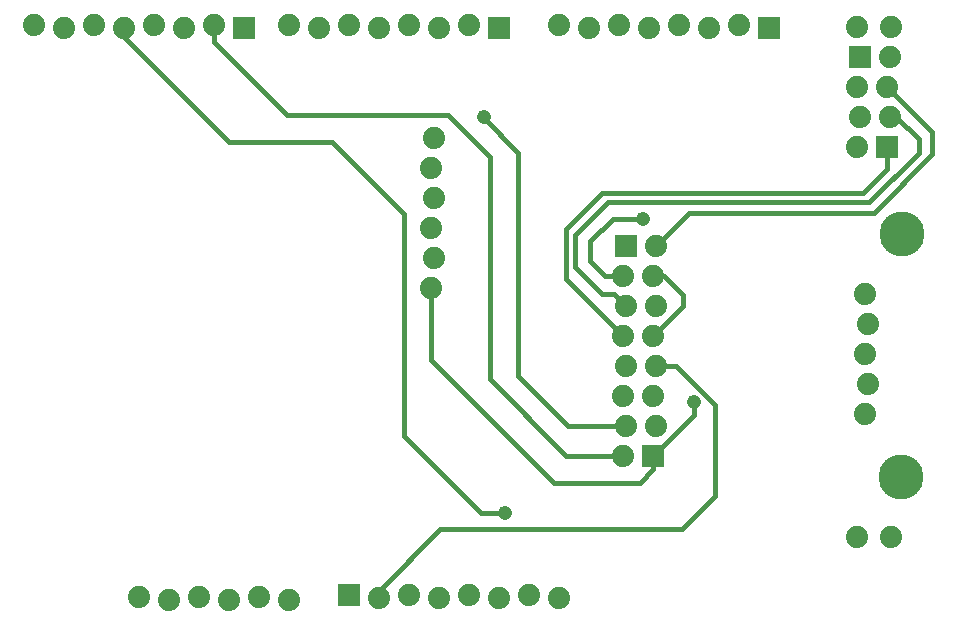
<source format=gbl>
G75*
%MOIN*%
%OFA0B0*%
%FSLAX25Y25*%
%IPPOS*%
%LPD*%
%AMOC8*
5,1,8,0,0,1.08239X$1,22.5*
%
%ADD10R,0.07400X0.07400*%
%ADD11C,0.07400*%
%ADD12C,0.15000*%
%ADD13C,0.01600*%
%ADD14C,0.04756*%
D10*
X0115400Y0011900D03*
X0216900Y0058400D03*
X0207900Y0128400D03*
X0294900Y0161400D03*
X0285900Y0191400D03*
X0255400Y0200900D03*
X0165400Y0200900D03*
X0080400Y0200900D03*
D11*
X0045400Y0011400D03*
X0055400Y0010400D03*
X0065400Y0011400D03*
X0075400Y0010400D03*
X0085400Y0011400D03*
X0095400Y0010400D03*
X0125400Y0010900D03*
X0135400Y0011900D03*
X0145400Y0010900D03*
X0155400Y0011900D03*
X0165400Y0010900D03*
X0175400Y0011900D03*
X0185400Y0010900D03*
X0206900Y0058400D03*
X0207900Y0068400D03*
X0217900Y0068400D03*
X0216900Y0078400D03*
X0206900Y0078400D03*
X0207900Y0088400D03*
X0217900Y0088400D03*
X0216900Y0098400D03*
X0206900Y0098400D03*
X0207900Y0108400D03*
X0217900Y0108400D03*
X0216900Y0118400D03*
X0206900Y0118400D03*
X0217900Y0128400D03*
X0284900Y0161400D03*
X0285900Y0171400D03*
X0295900Y0171400D03*
X0294900Y0181400D03*
X0284900Y0181400D03*
X0295900Y0191400D03*
X0296100Y0201400D03*
X0284700Y0201400D03*
X0245400Y0201900D03*
X0235400Y0200900D03*
X0225400Y0201900D03*
X0215400Y0200900D03*
X0205400Y0201900D03*
X0195400Y0200900D03*
X0185400Y0201900D03*
X0155400Y0201900D03*
X0145400Y0200900D03*
X0135400Y0201900D03*
X0125400Y0200900D03*
X0115400Y0201900D03*
X0105400Y0200900D03*
X0095400Y0201900D03*
X0070400Y0201900D03*
X0060400Y0200900D03*
X0050400Y0201900D03*
X0040400Y0200900D03*
X0030400Y0201900D03*
X0020400Y0200900D03*
X0010400Y0201900D03*
X0143900Y0164400D03*
X0142900Y0154400D03*
X0143900Y0144400D03*
X0142900Y0134400D03*
X0143900Y0124400D03*
X0142900Y0114400D03*
X0284700Y0031400D03*
X0296100Y0031400D03*
X0287400Y0072400D03*
X0288400Y0082400D03*
X0287400Y0092400D03*
X0288400Y0102400D03*
X0287400Y0112400D03*
D12*
X0299900Y0132400D03*
X0299400Y0051400D03*
D13*
X0237400Y0044900D02*
X0226400Y0033900D01*
X0145900Y0033900D01*
X0125400Y0013400D01*
X0125400Y0010900D01*
X0159400Y0039400D02*
X0133900Y0064900D01*
X0133900Y0138900D01*
X0109900Y0162900D01*
X0075400Y0162900D01*
X0040400Y0197900D01*
X0040400Y0200900D01*
X0070400Y0201900D02*
X0070400Y0196400D01*
X0094900Y0171900D01*
X0148400Y0171900D01*
X0162400Y0157900D01*
X0162400Y0083900D01*
X0187900Y0058400D01*
X0206900Y0058400D01*
X0216900Y0058400D02*
X0216900Y0053900D01*
X0212400Y0049400D01*
X0183900Y0049400D01*
X0142900Y0090400D01*
X0142900Y0114400D01*
X0171900Y0084900D02*
X0188400Y0068400D01*
X0207900Y0068400D01*
X0216900Y0058400D02*
X0230400Y0071900D01*
X0230400Y0076400D01*
X0237400Y0075400D02*
X0237400Y0044900D01*
X0237400Y0075400D02*
X0224400Y0088400D01*
X0217900Y0088400D01*
X0216900Y0098400D02*
X0226900Y0108400D01*
X0226900Y0111900D01*
X0220400Y0118400D01*
X0216900Y0118400D01*
X0206900Y0118400D02*
X0200900Y0118400D01*
X0195900Y0123400D01*
X0195900Y0129900D01*
X0203400Y0137400D01*
X0213400Y0137400D01*
X0201900Y0142900D02*
X0190900Y0131900D01*
X0190900Y0121400D01*
X0199900Y0112400D01*
X0203900Y0112400D01*
X0207900Y0108400D01*
X0206900Y0098400D02*
X0187900Y0117400D01*
X0187900Y0133900D01*
X0199900Y0145900D01*
X0286900Y0145900D01*
X0294900Y0153900D01*
X0294900Y0161400D01*
X0297900Y0171400D02*
X0305400Y0163900D01*
X0305400Y0159400D01*
X0288900Y0142900D01*
X0201900Y0142900D01*
X0217900Y0128400D02*
X0228900Y0139400D01*
X0290400Y0139400D01*
X0309900Y0158900D01*
X0309900Y0166400D01*
X0294900Y0181400D01*
X0295900Y0171400D02*
X0297900Y0171400D01*
X0171900Y0159400D02*
X0171900Y0084900D01*
X0167400Y0039400D02*
X0159400Y0039400D01*
X0171900Y0159400D02*
X0160400Y0170900D01*
X0160400Y0171400D01*
D14*
X0160400Y0171400D03*
X0213400Y0137400D03*
X0230400Y0076400D03*
X0167400Y0039400D03*
M02*

</source>
